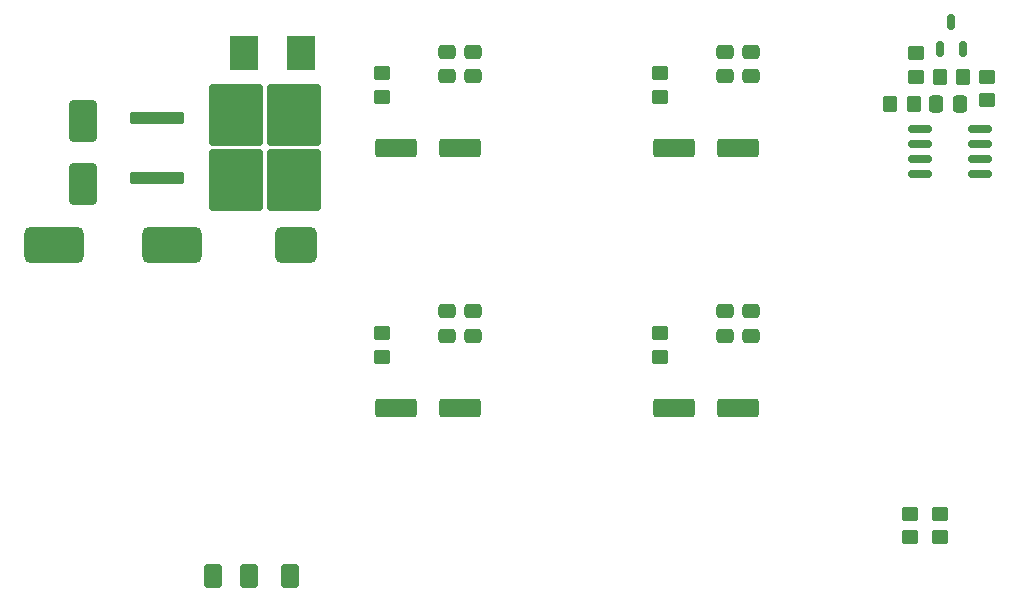
<source format=gbr>
%TF.GenerationSoftware,KiCad,Pcbnew,9.0.6*%
%TF.CreationDate,2026-02-22T19:23:35+01:00*%
%TF.ProjectId,MPC01,4d504330-312e-46b6-9963-61645f706362,V0.1*%
%TF.SameCoordinates,Original*%
%TF.FileFunction,Paste,Top*%
%TF.FilePolarity,Positive*%
%FSLAX46Y46*%
G04 Gerber Fmt 4.6, Leading zero omitted, Abs format (unit mm)*
G04 Created by KiCad (PCBNEW 9.0.6) date 2026-02-22 19:23:35*
%MOMM*%
%LPD*%
G01*
G04 APERTURE LIST*
G04 Aperture macros list*
%AMRoundRect*
0 Rectangle with rounded corners*
0 $1 Rounding radius*
0 $2 $3 $4 $5 $6 $7 $8 $9 X,Y pos of 4 corners*
0 Add a 4 corners polygon primitive as box body*
4,1,4,$2,$3,$4,$5,$6,$7,$8,$9,$2,$3,0*
0 Add four circle primitives for the rounded corners*
1,1,$1+$1,$2,$3*
1,1,$1+$1,$4,$5*
1,1,$1+$1,$6,$7*
1,1,$1+$1,$8,$9*
0 Add four rect primitives between the rounded corners*
20,1,$1+$1,$2,$3,$4,$5,0*
20,1,$1+$1,$4,$5,$6,$7,0*
20,1,$1+$1,$6,$7,$8,$9,0*
20,1,$1+$1,$8,$9,$2,$3,0*%
G04 Aperture macros list end*
%ADD10RoundRect,0.250000X0.350000X0.450000X-0.350000X0.450000X-0.350000X-0.450000X0.350000X-0.450000X0*%
%ADD11RoundRect,0.250000X0.450000X-0.350000X0.450000X0.350000X-0.450000X0.350000X-0.450000X-0.350000X0*%
%ADD12RoundRect,0.450000X-1.300000X1.050000X-1.300000X-1.050000X1.300000X-1.050000X1.300000X1.050000X0*%
%ADD13RoundRect,0.450000X-2.050000X1.050000X-2.050000X-1.050000X2.050000X-1.050000X2.050000X1.050000X0*%
%ADD14RoundRect,0.225000X-0.525000X0.775000X-0.525000X-0.775000X0.525000X-0.775000X0.525000X0.775000X0*%
%ADD15RoundRect,0.250000X0.475000X-0.337500X0.475000X0.337500X-0.475000X0.337500X-0.475000X-0.337500X0*%
%ADD16RoundRect,0.250000X-0.450000X0.350000X-0.450000X-0.350000X0.450000X-0.350000X0.450000X0.350000X0*%
%ADD17RoundRect,0.250000X-2.025000X-2.375000X2.025000X-2.375000X2.025000X2.375000X-2.025000X2.375000X0*%
%ADD18RoundRect,0.275000X-2.025000X-0.275000X2.025000X-0.275000X2.025000X0.275000X-2.025000X0.275000X0*%
%ADD19RoundRect,0.250000X-1.500000X-0.550000X1.500000X-0.550000X1.500000X0.550000X-1.500000X0.550000X0*%
%ADD20RoundRect,0.162500X-0.825000X-0.162500X0.825000X-0.162500X0.825000X0.162500X-0.825000X0.162500X0*%
%ADD21RoundRect,0.250000X0.900000X-1.500000X0.900000X1.500000X-0.900000X1.500000X-0.900000X-1.500000X0*%
%ADD22RoundRect,0.150000X0.150000X-0.512500X0.150000X0.512500X-0.150000X0.512500X-0.150000X-0.512500X0*%
%ADD23RoundRect,0.250000X0.337500X0.475000X-0.337500X0.475000X-0.337500X-0.475000X0.337500X-0.475000X0*%
%ADD24R,2.400000X3.000000*%
%ADD25RoundRect,0.250000X-0.350000X-0.450000X0.350000X-0.450000X0.350000X0.450000X-0.350000X0.450000X0*%
G04 APERTURE END LIST*
D10*
%TO.C,R4*%
X145500000Y-56000000D03*
X143500000Y-56000000D03*
%TD*%
D11*
%TO.C,R2*%
X141500000Y-56000000D03*
X141500000Y-54000000D03*
%TD*%
D12*
%TO.C,BC1*%
X89000000Y-70250000D03*
D13*
X78500000Y-70250000D03*
X68500000Y-70250000D03*
D14*
X88500000Y-98250000D03*
X85000000Y-98250000D03*
X82000000Y-98250000D03*
%TD*%
D15*
%TO.C,C10*%
X104000000Y-55937500D03*
X104000000Y-53862500D03*
%TD*%
D16*
%TO.C,R8*%
X119800000Y-55700000D03*
X119800000Y-57700000D03*
%TD*%
D17*
%TO.C,D3*%
X83950000Y-59225000D03*
X83950000Y-64775000D03*
X88800000Y-59225000D03*
X88800000Y-64775000D03*
D18*
X77225000Y-59460000D03*
X77225000Y-64540000D03*
%TD*%
D19*
%TO.C,C3*%
X121000000Y-62000000D03*
X126400000Y-62000000D03*
%TD*%
D11*
%TO.C,R1*%
X147500000Y-58000000D03*
X147500000Y-56000000D03*
%TD*%
D15*
%TO.C,C11*%
X127500000Y-55937500D03*
X127500000Y-53862500D03*
%TD*%
D20*
%TO.C,U1*%
X141862500Y-60395000D03*
X141862500Y-61665000D03*
X141862500Y-62935000D03*
X141862500Y-64205000D03*
X146937500Y-64205000D03*
X146937500Y-62935000D03*
X146937500Y-61665000D03*
X146937500Y-60395000D03*
%TD*%
D15*
%TO.C,C9*%
X125300000Y-77937500D03*
X125300000Y-75862500D03*
%TD*%
D11*
%TO.C,R5*%
X143500000Y-95000000D03*
X143500000Y-93000000D03*
%TD*%
D21*
%TO.C,D1*%
X71000000Y-65100000D03*
X71000000Y-59700000D03*
%TD*%
D16*
%TO.C,R9*%
X96300000Y-77700000D03*
X96300000Y-79700000D03*
%TD*%
%TO.C,R7*%
X96300000Y-55700000D03*
X96300000Y-57700000D03*
%TD*%
%TO.C,R10*%
X119800000Y-77700000D03*
X119800000Y-79700000D03*
%TD*%
D11*
%TO.C,R6*%
X141000000Y-95000000D03*
X141000000Y-93000000D03*
%TD*%
D19*
%TO.C,C5*%
X121000000Y-84000000D03*
X126400000Y-84000000D03*
%TD*%
D15*
%TO.C,C13*%
X127500000Y-77937500D03*
X127500000Y-75862500D03*
%TD*%
D22*
%TO.C,D2*%
X143550000Y-53637500D03*
X145450000Y-53637500D03*
X144500000Y-51362500D03*
%TD*%
D15*
%TO.C,C7*%
X125300000Y-55937500D03*
X125300000Y-53862500D03*
%TD*%
%TO.C,C6*%
X101800000Y-55937500D03*
X101800000Y-53862500D03*
%TD*%
D23*
%TO.C,C1*%
X145237500Y-58300000D03*
X143162500Y-58300000D03*
%TD*%
D19*
%TO.C,C4*%
X97500000Y-84000000D03*
X102900000Y-84000000D03*
%TD*%
D15*
%TO.C,C8*%
X101800000Y-77937500D03*
X101800000Y-75862500D03*
%TD*%
D24*
%TO.C,F1*%
X89430000Y-54000000D03*
X84570000Y-54000000D03*
%TD*%
D19*
%TO.C,C2*%
X97500000Y-62000000D03*
X102900000Y-62000000D03*
%TD*%
D15*
%TO.C,C12*%
X104000000Y-77937500D03*
X104000000Y-75862500D03*
%TD*%
D25*
%TO.C,R3*%
X139300000Y-58300000D03*
X141300000Y-58300000D03*
%TD*%
M02*

</source>
